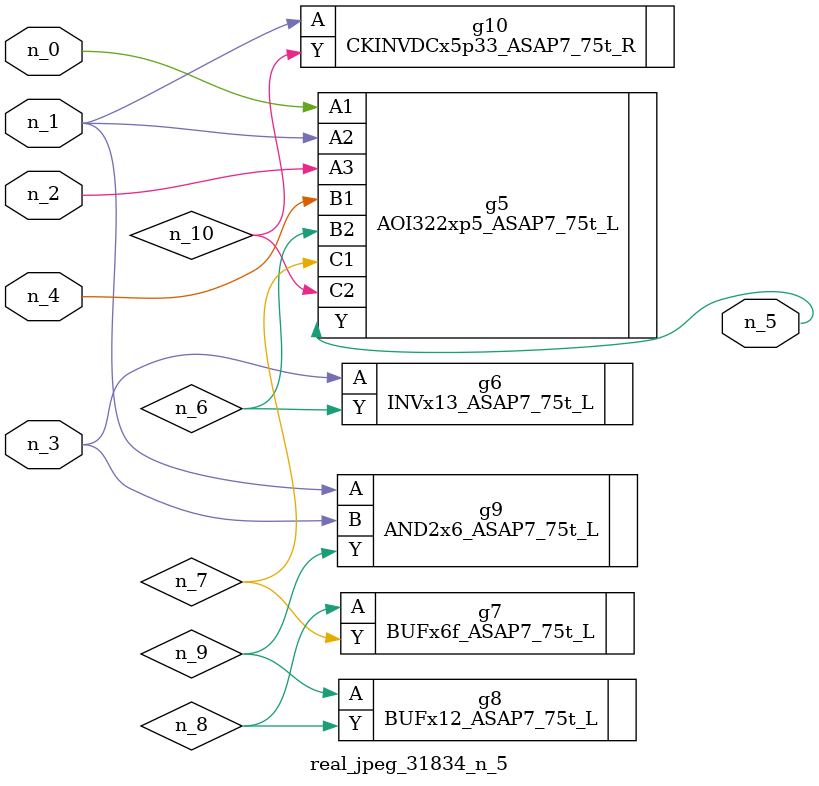
<source format=v>
module real_jpeg_31834_n_5 (n_4, n_0, n_1, n_2, n_3, n_5);

input n_4;
input n_0;
input n_1;
input n_2;
input n_3;

output n_5;

wire n_8;
wire n_6;
wire n_7;
wire n_10;
wire n_9;

AOI322xp5_ASAP7_75t_L g5 ( 
.A1(n_0),
.A2(n_1),
.A3(n_2),
.B1(n_4),
.B2(n_6),
.C1(n_7),
.C2(n_10),
.Y(n_5)
);

AND2x6_ASAP7_75t_L g9 ( 
.A(n_1),
.B(n_3),
.Y(n_9)
);

CKINVDCx5p33_ASAP7_75t_R g10 ( 
.A(n_1),
.Y(n_10)
);

INVx13_ASAP7_75t_L g6 ( 
.A(n_3),
.Y(n_6)
);

BUFx6f_ASAP7_75t_L g7 ( 
.A(n_8),
.Y(n_7)
);

BUFx12_ASAP7_75t_L g8 ( 
.A(n_9),
.Y(n_8)
);


endmodule
</source>
